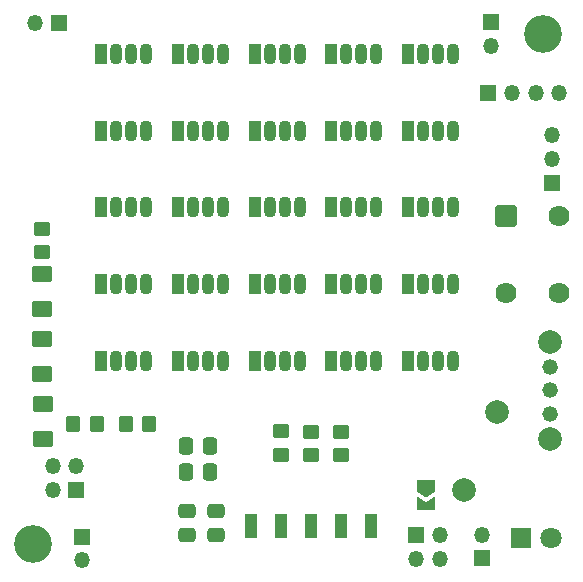
<source format=gts>
%TF.GenerationSoftware,KiCad,Pcbnew,8.0.4*%
%TF.CreationDate,2024-08-07T18:13:10-04:00*%
%TF.ProjectId,led_2048,6c65645f-3230-4343-982e-6b696361645f,rev?*%
%TF.SameCoordinates,Original*%
%TF.FileFunction,Soldermask,Top*%
%TF.FilePolarity,Negative*%
%FSLAX46Y46*%
G04 Gerber Fmt 4.6, Leading zero omitted, Abs format (unit mm)*
G04 Created by KiCad (PCBNEW 8.0.4) date 2024-08-07 18:13:10*
%MOMM*%
%LPD*%
G01*
G04 APERTURE LIST*
G04 Aperture macros list*
%AMRoundRect*
0 Rectangle with rounded corners*
0 $1 Rounding radius*
0 $2 $3 $4 $5 $6 $7 $8 $9 X,Y pos of 4 corners*
0 Add a 4 corners polygon primitive as box body*
4,1,4,$2,$3,$4,$5,$6,$7,$8,$9,$2,$3,0*
0 Add four circle primitives for the rounded corners*
1,1,$1+$1,$2,$3*
1,1,$1+$1,$4,$5*
1,1,$1+$1,$6,$7*
1,1,$1+$1,$8,$9*
0 Add four rect primitives between the rounded corners*
20,1,$1+$1,$2,$3,$4,$5,0*
20,1,$1+$1,$4,$5,$6,$7,0*
20,1,$1+$1,$6,$7,$8,$9,0*
20,1,$1+$1,$8,$9,$2,$3,0*%
%AMFreePoly0*
4,1,6,1.000000,0.000000,0.500000,-0.750000,-0.500000,-0.750000,-0.500000,0.750000,0.500000,0.750000,1.000000,0.000000,1.000000,0.000000,$1*%
%AMFreePoly1*
4,1,6,0.500000,-0.750000,-0.650000,-0.750000,-0.150000,0.000000,-0.650000,0.750000,0.500000,0.750000,0.500000,-0.750000,0.500000,-0.750000,$1*%
G04 Aperture macros list end*
%ADD10R,1.070000X1.800000*%
%ADD11O,1.070000X1.800000*%
%ADD12R,1.000000X2.000000*%
%ADD13RoundRect,0.250000X-0.450000X0.350000X-0.450000X-0.350000X0.450000X-0.350000X0.450000X0.350000X0*%
%ADD14RoundRect,0.250000X0.475000X-0.337500X0.475000X0.337500X-0.475000X0.337500X-0.475000X-0.337500X0*%
%ADD15C,2.006600*%
%ADD16C,1.320800*%
%ADD17RoundRect,0.102000X-0.787500X0.787500X-0.787500X-0.787500X0.787500X-0.787500X0.787500X0.787500X0*%
%ADD18C,1.779000*%
%ADD19FreePoly0,270.000000*%
%ADD20FreePoly1,270.000000*%
%ADD21R,1.800000X1.800000*%
%ADD22C,1.800000*%
%ADD23C,3.200000*%
%ADD24C,2.000000*%
%ADD25RoundRect,0.250001X0.624999X-0.462499X0.624999X0.462499X-0.624999X0.462499X-0.624999X-0.462499X0*%
%ADD26RoundRect,0.250000X0.337500X0.475000X-0.337500X0.475000X-0.337500X-0.475000X0.337500X-0.475000X0*%
%ADD27R,1.350000X1.350000*%
%ADD28O,1.350000X1.350000*%
%ADD29RoundRect,0.250000X0.350000X0.450000X-0.350000X0.450000X-0.350000X-0.450000X0.350000X-0.450000X0*%
G04 APERTURE END LIST*
D10*
%TO.C,D27*%
X205375000Y-78010000D03*
D11*
X206645000Y-78010000D03*
X207915000Y-78010000D03*
X209185000Y-78010000D03*
%TD*%
D12*
%TO.C,J1*%
X208700000Y-92000000D03*
X206160000Y-92000000D03*
X203620000Y-92000000D03*
X201080000Y-92000000D03*
X198540000Y-92000000D03*
%TD*%
D13*
%TO.C,R12*%
X203675000Y-84000000D03*
X203675000Y-86000000D03*
%TD*%
D14*
%TO.C,C8*%
X193125000Y-92747335D03*
X193125000Y-90672335D03*
%TD*%
D10*
%TO.C,D23*%
X211885000Y-71510000D03*
D11*
X213155000Y-71510000D03*
X214425000Y-71510000D03*
X215695000Y-71510000D03*
%TD*%
D10*
%TO.C,D12*%
X205385000Y-58510000D03*
D11*
X206655000Y-58510000D03*
X207925000Y-58510000D03*
X209195000Y-58510000D03*
%TD*%
D10*
%TO.C,D28*%
X211885000Y-78010000D03*
D11*
X213155000Y-78010000D03*
X214425000Y-78010000D03*
X215695000Y-78010000D03*
%TD*%
D15*
%TO.C,SW1*%
X223900000Y-76400001D03*
X223900000Y-84599999D03*
D16*
X223900000Y-78499999D03*
X223900000Y-80500000D03*
X223900000Y-82500000D03*
%TD*%
D10*
%TO.C,D7*%
X205385000Y-52010000D03*
D11*
X206655000Y-52010000D03*
X207925000Y-52010000D03*
X209195000Y-52010000D03*
%TD*%
D10*
%TO.C,D14*%
X185875000Y-65010000D03*
D11*
X187145000Y-65010000D03*
X188415000Y-65010000D03*
X189685000Y-65010000D03*
%TD*%
D10*
%TO.C,D22*%
X205380000Y-71510000D03*
D11*
X206650000Y-71510000D03*
X207920000Y-71510000D03*
X209190000Y-71510000D03*
%TD*%
D10*
%TO.C,D5*%
X192385000Y-52010000D03*
D11*
X193655000Y-52010000D03*
X194925000Y-52010000D03*
X196195000Y-52010000D03*
%TD*%
D10*
%TO.C,D13*%
X211885000Y-58510000D03*
D11*
X213155000Y-58510000D03*
X214425000Y-58510000D03*
X215695000Y-58510000D03*
%TD*%
D17*
%TO.C,SW2*%
X220125000Y-65750000D03*
D18*
X220125000Y-72250000D03*
X224625000Y-65750000D03*
X224625000Y-72250000D03*
%TD*%
D19*
%TO.C,JP1*%
X213390000Y-88625000D03*
D20*
X213390000Y-90075000D03*
%TD*%
D10*
%TO.C,D10*%
X192385000Y-58510000D03*
D11*
X193655000Y-58510000D03*
X194925000Y-58510000D03*
X196195000Y-58510000D03*
%TD*%
D10*
%TO.C,D8*%
X211885000Y-52010000D03*
D11*
X213155000Y-52010000D03*
X214425000Y-52010000D03*
X215695000Y-52010000D03*
%TD*%
D10*
%TO.C,D4*%
X185875000Y-52010000D03*
D11*
X187145000Y-52010000D03*
X188415000Y-52010000D03*
X189685000Y-52010000D03*
%TD*%
D10*
%TO.C,D26*%
X198875000Y-78010000D03*
D11*
X200145000Y-78010000D03*
X201415000Y-78010000D03*
X202685000Y-78010000D03*
%TD*%
D10*
%TO.C,D6*%
X198885000Y-52010000D03*
D11*
X200155000Y-52010000D03*
X201425000Y-52010000D03*
X202695000Y-52010000D03*
%TD*%
D21*
%TO.C,D29*%
X221475000Y-92959835D03*
D22*
X224015000Y-92959835D03*
%TD*%
D23*
%TO.C,H1*%
X180100000Y-93500000D03*
%TD*%
D24*
%TO.C,TP2*%
X216600000Y-88900000D03*
%TD*%
D25*
%TO.C,D2*%
X180900000Y-79087500D03*
X180900000Y-76112500D03*
%TD*%
D10*
%TO.C,D25*%
X192375000Y-78010000D03*
D11*
X193645000Y-78010000D03*
X194915000Y-78010000D03*
X196185000Y-78010000D03*
%TD*%
D26*
%TO.C,C6*%
X195137500Y-87400000D03*
X193062500Y-87400000D03*
%TD*%
D14*
%TO.C,C7*%
X195625000Y-92747335D03*
X195625000Y-90672335D03*
%TD*%
D10*
%TO.C,D20*%
X192375000Y-71510000D03*
D11*
X193645000Y-71510000D03*
X194915000Y-71510000D03*
X196185000Y-71510000D03*
%TD*%
D27*
%TO.C,J12*%
X224100000Y-62900000D03*
D28*
X224100000Y-60900000D03*
X224100000Y-58900000D03*
%TD*%
D13*
%TO.C,R1*%
X180900000Y-66800000D03*
X180900000Y-68800000D03*
%TD*%
D26*
%TO.C,C3*%
X195137500Y-85200000D03*
X193062500Y-85200000D03*
%TD*%
D27*
%TO.C,J4*%
X182325000Y-49375000D03*
D28*
X180325000Y-49375000D03*
%TD*%
D13*
%TO.C,R14*%
X201125000Y-83959835D03*
X201125000Y-85959835D03*
%TD*%
%TO.C,R13*%
X206200000Y-86000000D03*
X206200000Y-84000000D03*
%TD*%
D10*
%TO.C,D11*%
X198885000Y-58510000D03*
D11*
X200155000Y-58510000D03*
X201425000Y-58510000D03*
X202695000Y-58510000D03*
%TD*%
D10*
%TO.C,D15*%
X192375000Y-65010000D03*
D11*
X193645000Y-65010000D03*
X194915000Y-65010000D03*
X196185000Y-65010000D03*
%TD*%
D10*
%TO.C,D19*%
X185875000Y-71510000D03*
D11*
X187145000Y-71510000D03*
X188415000Y-71510000D03*
X189685000Y-71510000D03*
%TD*%
D10*
%TO.C,D16*%
X198875000Y-65010000D03*
D11*
X200145000Y-65010000D03*
X201415000Y-65010000D03*
X202685000Y-65010000D03*
%TD*%
D10*
%TO.C,D17*%
X205375000Y-65010000D03*
D11*
X206645000Y-65010000D03*
X207915000Y-65010000D03*
X209185000Y-65010000D03*
%TD*%
D10*
%TO.C,D24*%
X185875000Y-78010000D03*
D11*
X187145000Y-78010000D03*
X188415000Y-78010000D03*
X189685000Y-78010000D03*
%TD*%
D10*
%TO.C,D18*%
X211885000Y-65010000D03*
D11*
X213155000Y-65010000D03*
X214425000Y-65010000D03*
X215695000Y-65010000D03*
%TD*%
D24*
%TO.C,TP1*%
X219375000Y-82300000D03*
%TD*%
D23*
%TO.C,H2*%
X223300000Y-50300000D03*
%TD*%
D29*
%TO.C,R2*%
X189950000Y-83300000D03*
X187950000Y-83300000D03*
%TD*%
D25*
%TO.C,D1*%
X180900000Y-73587500D03*
X180900000Y-70612500D03*
%TD*%
D10*
%TO.C,D21*%
X198875000Y-71510000D03*
D11*
X200145000Y-71510000D03*
X201415000Y-71510000D03*
X202685000Y-71510000D03*
%TD*%
D29*
%TO.C,R3*%
X185500000Y-83300000D03*
X183500000Y-83300000D03*
%TD*%
D25*
%TO.C,D3*%
X181000000Y-84587500D03*
X181000000Y-81612500D03*
%TD*%
D10*
%TO.C,D9*%
X185875000Y-58510000D03*
D11*
X187145000Y-58510000D03*
X188415000Y-58510000D03*
X189685000Y-58510000D03*
%TD*%
D27*
%TO.C,J7*%
X218675000Y-55300000D03*
D28*
X220675000Y-55300000D03*
X222675000Y-55300000D03*
X224675000Y-55300000D03*
%TD*%
D27*
%TO.C,J5*%
X184290000Y-92870000D03*
D28*
X184290000Y-94870000D03*
%TD*%
D27*
%TO.C,J2*%
X183780801Y-88935721D03*
D28*
X181780801Y-88935721D03*
X183780801Y-86935721D03*
X181780801Y-86935721D03*
%TD*%
D27*
%TO.C,REF\u002A\u002A*%
X218100000Y-94700000D03*
D28*
X218100000Y-92700000D03*
%TD*%
D27*
%TO.C,REF\u002A\u002A*%
X218900000Y-49300000D03*
D28*
X218900000Y-51300000D03*
%TD*%
D27*
%TO.C,J3*%
X212550000Y-92775000D03*
D28*
X214550000Y-92775000D03*
X212550000Y-94775000D03*
X214550000Y-94775000D03*
%TD*%
M02*

</source>
